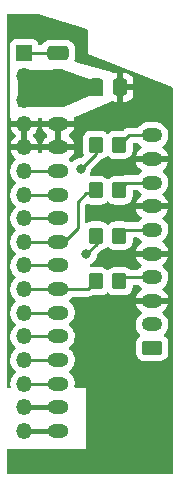
<source format=gtl>
G04 #@! TF.GenerationSoftware,KiCad,Pcbnew,(6.0.1)*
G04 #@! TF.CreationDate,2022-07-05T00:40:55-07:00*
G04 #@! TF.ProjectId,mu100-dit-connector-board,6d753130-302d-4646-9974-2d636f6e6e65,rev?*
G04 #@! TF.SameCoordinates,PX4a615b8PY2b4db18*
G04 #@! TF.FileFunction,Copper,L1,Top*
G04 #@! TF.FilePolarity,Positive*
%FSLAX46Y46*%
G04 Gerber Fmt 4.6, Leading zero omitted, Abs format (unit mm)*
G04 Created by KiCad (PCBNEW (6.0.1)) date 2022-07-05 00:40:55*
%MOMM*%
%LPD*%
G01*
G04 APERTURE LIST*
G04 Aperture macros list*
%AMRoundRect*
0 Rectangle with rounded corners*
0 $1 Rounding radius*
0 $2 $3 $4 $5 $6 $7 $8 $9 X,Y pos of 4 corners*
0 Add a 4 corners polygon primitive as box body*
4,1,4,$2,$3,$4,$5,$6,$7,$8,$9,$2,$3,0*
0 Add four circle primitives for the rounded corners*
1,1,$1+$1,$2,$3*
1,1,$1+$1,$4,$5*
1,1,$1+$1,$6,$7*
1,1,$1+$1,$8,$9*
0 Add four rect primitives between the rounded corners*
20,1,$1+$1,$2,$3,$4,$5,0*
20,1,$1+$1,$4,$5,$6,$7,0*
20,1,$1+$1,$6,$7,$8,$9,0*
20,1,$1+$1,$8,$9,$2,$3,0*%
G04 Aperture macros list end*
G04 #@! TA.AperFunction,ComponentPad*
%ADD10RoundRect,0.250000X-0.650000X0.350000X-0.650000X-0.350000X0.650000X-0.350000X0.650000X0.350000X0*%
G04 #@! TD*
G04 #@! TA.AperFunction,ComponentPad*
%ADD11O,1.800000X1.200000*%
G04 #@! TD*
G04 #@! TA.AperFunction,ComponentPad*
%ADD12RoundRect,0.250000X0.625000X-0.350000X0.625000X0.350000X-0.625000X0.350000X-0.625000X-0.350000X0*%
G04 #@! TD*
G04 #@! TA.AperFunction,ComponentPad*
%ADD13O,1.750000X1.200000*%
G04 #@! TD*
G04 #@! TA.AperFunction,SMDPad,CuDef*
%ADD14RoundRect,0.250000X-0.350000X-0.450000X0.350000X-0.450000X0.350000X0.450000X-0.350000X0.450000X0*%
G04 #@! TD*
G04 #@! TA.AperFunction,ComponentPad*
%ADD15R,1.350000X1.350000*%
G04 #@! TD*
G04 #@! TA.AperFunction,ComponentPad*
%ADD16O,1.350000X1.350000*%
G04 #@! TD*
G04 #@! TA.AperFunction,SMDPad,CuDef*
%ADD17RoundRect,0.250000X-0.337500X-0.475000X0.337500X-0.475000X0.337500X0.475000X-0.337500X0.475000X0*%
G04 #@! TD*
G04 #@! TA.AperFunction,ViaPad*
%ADD18C,0.800000*%
G04 #@! TD*
G04 #@! TA.AperFunction,Conductor*
%ADD19C,0.250000*%
G04 #@! TD*
G04 #@! TA.AperFunction,Conductor*
%ADD20C,0.400000*%
G04 #@! TD*
G04 APERTURE END LIST*
D10*
X4855000Y-3835000D03*
D11*
X4855000Y-5835000D03*
X4855000Y-7835000D03*
X4855000Y-9835000D03*
X4855000Y-11835000D03*
X4855000Y-13835000D03*
X4855000Y-15835000D03*
X4855000Y-17835000D03*
X4855000Y-19835000D03*
X4855000Y-21835000D03*
X4855000Y-23835000D03*
X4855000Y-25835000D03*
X4855000Y-27835000D03*
X4855000Y-29835000D03*
X4855000Y-31835000D03*
X4855000Y-33835000D03*
X4855000Y-35835000D03*
D12*
X12815000Y-28825000D03*
D13*
X12815000Y-26825000D03*
X12815000Y-24825000D03*
X12815000Y-22825000D03*
X12815000Y-20825000D03*
X12815000Y-18825000D03*
X12815000Y-16825000D03*
X12815000Y-14825000D03*
X12815000Y-12825000D03*
X12815000Y-10825000D03*
D14*
X8049000Y-23165000D03*
X10049000Y-23165000D03*
D15*
X1995000Y-3835000D03*
D16*
X1995000Y-5835000D03*
X1995000Y-7835000D03*
X1995000Y-9835000D03*
X1995000Y-11835000D03*
X1995000Y-13835000D03*
X1995000Y-15835000D03*
X1995000Y-17835000D03*
X1995000Y-19835000D03*
X1995000Y-21835000D03*
X1995000Y-23835000D03*
X1995000Y-25835000D03*
X1995000Y-27835000D03*
X1995000Y-29835000D03*
X1995000Y-31835000D03*
X1995000Y-33835000D03*
X1995000Y-35835000D03*
D14*
X8049000Y-19318332D03*
X10049000Y-19318332D03*
D17*
X8061500Y-6755800D03*
X10136500Y-6755800D03*
D14*
X8049000Y-15471666D03*
X10049000Y-15471666D03*
X8049000Y-11625000D03*
X10049000Y-11625000D03*
D18*
X14095000Y-8315000D03*
X12065000Y-7525000D03*
X7035000Y-9395000D03*
X8395000Y-9885000D03*
X10075000Y-9945000D03*
X6763000Y-13664600D03*
X7220200Y-20903600D03*
D19*
X1995000Y-21835000D02*
X4855000Y-21835000D01*
X1995000Y-13835000D02*
X4855000Y-13835000D01*
X10015000Y-22825000D02*
X12465000Y-22825000D01*
X9735000Y-18955000D02*
X9865000Y-18825000D01*
X9865000Y-18825000D02*
X12465000Y-18825000D01*
X9705000Y-15735000D02*
X10615000Y-14825000D01*
X10615000Y-14825000D02*
X12465000Y-14825000D01*
X10049000Y-11625000D02*
X10849000Y-10825000D01*
X10849000Y-10825000D02*
X12465000Y-10825000D01*
D20*
X4855000Y-7835000D02*
X5934200Y-6755800D01*
X5325000Y-7585000D02*
X6154200Y-6755800D01*
X1995000Y-5835000D02*
X1995000Y-7835000D01*
X1995000Y-7835000D02*
X4855000Y-7835000D01*
X5934200Y-6755800D02*
X8061500Y-6755800D01*
X1995000Y-5835000D02*
X4855000Y-5835000D01*
D19*
X1995000Y-3835000D02*
X4855000Y-3835000D01*
X1995000Y-15835000D02*
X4855000Y-15835000D01*
X1995000Y-17835000D02*
X4855000Y-17835000D01*
X7224000Y-15735000D02*
X8079000Y-15735000D01*
X5317000Y-19835000D02*
X6509000Y-18643000D01*
X6509000Y-18643000D02*
X6509000Y-16450000D01*
X4855000Y-19835000D02*
X5317000Y-19835000D01*
X6509000Y-16450000D02*
X7224000Y-15735000D01*
X1995000Y-19835000D02*
X4855000Y-19835000D01*
X7379000Y-23835000D02*
X8049000Y-23165000D01*
X1995000Y-23835000D02*
X4855000Y-23835000D01*
X4855000Y-23835000D02*
X7379000Y-23835000D01*
X8069000Y-12358600D02*
X8069000Y-11625000D01*
X1995000Y-25835000D02*
X4855000Y-25835000D01*
X6763000Y-13664600D02*
X8069000Y-12358600D01*
X7220200Y-20903600D02*
X8109000Y-20014800D01*
X1995000Y-27835000D02*
X4855000Y-27835000D01*
X8109000Y-20014800D02*
X8109000Y-18955000D01*
X1995000Y-29835000D02*
X4855000Y-29835000D01*
X1995000Y-31835000D02*
X4855000Y-31835000D01*
D20*
X1995000Y-33835000D02*
X4855000Y-33835000D01*
X1995000Y-35835000D02*
X4855000Y-35835000D01*
G04 #@! TA.AperFunction,Conductor*
G36*
X3006129Y-513545D02*
G01*
X3176656Y-565879D01*
X7283567Y-1826276D01*
X7342822Y-1865384D01*
X7371527Y-1930319D01*
X7372600Y-1946731D01*
X7372600Y-3911000D01*
X7390992Y-3918278D01*
X14487362Y-6726420D01*
X14543344Y-6770084D01*
X14567000Y-6843580D01*
X14567000Y-39366000D01*
X14546998Y-39434121D01*
X14493342Y-39480614D01*
X14441000Y-39492000D01*
X634000Y-39492000D01*
X565879Y-39471998D01*
X519386Y-39418342D01*
X508000Y-39366000D01*
X508000Y-37460400D01*
X528002Y-37392279D01*
X581658Y-37345786D01*
X634000Y-37334400D01*
X7238400Y-37334400D01*
X7238400Y-32225000D01*
X6364139Y-32225000D01*
X6296018Y-32204998D01*
X6249525Y-32151342D01*
X6239443Y-32080920D01*
X6266352Y-31895336D01*
X6266352Y-31895333D01*
X6267213Y-31889396D01*
X6257433Y-31678101D01*
X6207875Y-31472466D01*
X6168412Y-31385671D01*
X6122806Y-31285368D01*
X6120326Y-31279913D01*
X5997946Y-31107389D01*
X5845150Y-30961119D01*
X5839255Y-30957312D01*
X5812837Y-30940254D01*
X5766460Y-30886499D01*
X5756507Y-30816203D01*
X5786139Y-30751686D01*
X5803353Y-30735317D01*
X5918202Y-30645102D01*
X5922920Y-30641396D01*
X5926852Y-30636865D01*
X5926855Y-30636862D01*
X6057621Y-30486167D01*
X6061552Y-30481637D01*
X6064552Y-30476451D01*
X6064555Y-30476447D01*
X6164467Y-30303742D01*
X6167473Y-30298546D01*
X6236861Y-30098729D01*
X6260867Y-29933163D01*
X6266352Y-29895336D01*
X6266352Y-29895333D01*
X6267213Y-29889396D01*
X6257433Y-29678101D01*
X6212582Y-29491998D01*
X6209281Y-29478299D01*
X6209280Y-29478297D01*
X6207875Y-29472466D01*
X6168412Y-29385671D01*
X6140511Y-29324308D01*
X6120326Y-29279913D01*
X5997946Y-29107389D01*
X5845150Y-28961119D01*
X5839255Y-28957312D01*
X5812837Y-28940254D01*
X5766460Y-28886499D01*
X5756507Y-28816203D01*
X5786139Y-28751686D01*
X5803353Y-28735317D01*
X5918202Y-28645102D01*
X5922920Y-28641396D01*
X5926852Y-28636865D01*
X5926855Y-28636862D01*
X6057621Y-28486167D01*
X6061552Y-28481637D01*
X6064552Y-28476451D01*
X6064555Y-28476447D01*
X6164467Y-28303742D01*
X6167473Y-28298546D01*
X6236861Y-28098729D01*
X6267213Y-27889396D01*
X6257433Y-27678101D01*
X6207875Y-27472466D01*
X6205139Y-27466447D01*
X6153084Y-27351959D01*
X6120326Y-27279913D01*
X5997946Y-27107389D01*
X5845150Y-26961119D01*
X5839255Y-26957312D01*
X5812837Y-26940254D01*
X5766460Y-26886499D01*
X5756507Y-26816203D01*
X5777450Y-26770604D01*
X11427787Y-26770604D01*
X11437567Y-26981899D01*
X11438971Y-26987724D01*
X11438971Y-26987725D01*
X11468988Y-27112275D01*
X11487125Y-27187534D01*
X11489607Y-27192992D01*
X11489608Y-27192996D01*
X11531608Y-27285368D01*
X11574674Y-27380087D01*
X11697054Y-27552611D01*
X11701381Y-27556753D01*
X11701386Y-27556759D01*
X11792317Y-27643806D01*
X11827694Y-27705361D01*
X11824175Y-27776270D01*
X11782879Y-27834021D01*
X11771496Y-27841965D01*
X11715652Y-27876522D01*
X11590695Y-28001697D01*
X11497885Y-28152262D01*
X11495581Y-28159209D01*
X11447642Y-28303742D01*
X11442203Y-28320139D01*
X11431500Y-28424600D01*
X11431500Y-29225400D01*
X11442474Y-29331166D01*
X11498450Y-29498946D01*
X11591522Y-29649348D01*
X11716697Y-29774305D01*
X11722927Y-29778145D01*
X11722928Y-29778146D01*
X11860090Y-29862694D01*
X11867262Y-29867115D01*
X11916357Y-29883399D01*
X12028611Y-29920632D01*
X12028613Y-29920632D01*
X12035139Y-29922797D01*
X12041975Y-29923497D01*
X12041978Y-29923498D01*
X12085031Y-29927909D01*
X12139600Y-29933500D01*
X13490400Y-29933500D01*
X13493646Y-29933163D01*
X13493650Y-29933163D01*
X13589308Y-29923238D01*
X13589312Y-29923237D01*
X13596166Y-29922526D01*
X13602702Y-29920345D01*
X13602704Y-29920345D01*
X13734806Y-29876272D01*
X13763946Y-29866550D01*
X13914348Y-29773478D01*
X14039305Y-29648303D01*
X14076549Y-29587882D01*
X14128275Y-29503968D01*
X14128276Y-29503966D01*
X14132115Y-29497738D01*
X14187797Y-29329861D01*
X14198500Y-29225400D01*
X14198500Y-28424600D01*
X14187526Y-28318834D01*
X14180758Y-28298546D01*
X14133868Y-28158002D01*
X14131550Y-28151054D01*
X14038478Y-28000652D01*
X13913303Y-27875695D01*
X13861764Y-27843925D01*
X13814271Y-27791154D01*
X13802847Y-27721082D01*
X13831121Y-27655958D01*
X13850045Y-27637582D01*
X13857920Y-27631396D01*
X13861852Y-27626865D01*
X13861855Y-27626862D01*
X13992621Y-27476167D01*
X13996552Y-27471637D01*
X13999552Y-27466451D01*
X13999555Y-27466447D01*
X14099467Y-27293742D01*
X14102473Y-27288546D01*
X14171861Y-27088729D01*
X14190364Y-26961119D01*
X14201352Y-26885336D01*
X14201352Y-26885333D01*
X14202213Y-26879396D01*
X14192433Y-26668101D01*
X14147495Y-26481637D01*
X14144281Y-26468299D01*
X14144280Y-26468297D01*
X14142875Y-26462466D01*
X14127789Y-26429285D01*
X14068345Y-26298546D01*
X14055326Y-26269913D01*
X13932946Y-26097389D01*
X13780150Y-25951119D01*
X13775119Y-25947870D01*
X13775112Y-25947865D01*
X13747393Y-25929967D01*
X13701016Y-25876211D01*
X13691063Y-25805915D01*
X13720696Y-25741398D01*
X13737909Y-25725030D01*
X13852857Y-25634738D01*
X13861506Y-25626501D01*
X13992212Y-25475877D01*
X13999147Y-25466153D01*
X14099010Y-25293533D01*
X14103984Y-25282669D01*
X14169407Y-25094273D01*
X14169648Y-25093284D01*
X14168180Y-25082992D01*
X14154615Y-25079000D01*
X11479598Y-25079000D01*
X11466067Y-25082973D01*
X11464712Y-25092399D01*
X11486194Y-25181537D01*
X11490083Y-25192832D01*
X11572629Y-25374382D01*
X11578576Y-25384724D01*
X11693968Y-25547397D01*
X11701761Y-25556425D01*
X11845831Y-25694342D01*
X11855200Y-25701741D01*
X11882577Y-25719418D01*
X11928955Y-25773172D01*
X11938909Y-25843468D01*
X11909278Y-25907985D01*
X11892063Y-25924356D01*
X11772080Y-26018604D01*
X11768148Y-26023135D01*
X11768145Y-26023138D01*
X11702551Y-26098729D01*
X11633448Y-26178363D01*
X11630448Y-26183549D01*
X11630445Y-26183553D01*
X11602561Y-26231753D01*
X11527527Y-26361454D01*
X11458139Y-26561271D01*
X11427787Y-26770604D01*
X5777450Y-26770604D01*
X5786139Y-26751686D01*
X5803353Y-26735317D01*
X5918202Y-26645102D01*
X5922920Y-26641396D01*
X5926852Y-26636865D01*
X5926855Y-26636862D01*
X6057621Y-26486167D01*
X6061552Y-26481637D01*
X6064552Y-26476451D01*
X6064555Y-26476447D01*
X6164467Y-26303742D01*
X6167473Y-26298546D01*
X6236861Y-26098729D01*
X6258264Y-25951119D01*
X6266352Y-25895336D01*
X6266352Y-25895333D01*
X6267213Y-25889396D01*
X6257433Y-25678101D01*
X6207875Y-25472466D01*
X6168412Y-25385671D01*
X6153084Y-25351959D01*
X6120326Y-25279913D01*
X5997946Y-25107389D01*
X5845150Y-24961119D01*
X5839255Y-24957312D01*
X5812837Y-24940254D01*
X5766460Y-24886499D01*
X5756507Y-24816203D01*
X5786139Y-24751686D01*
X5803353Y-24735317D01*
X5918202Y-24645102D01*
X5922920Y-24641396D01*
X6035275Y-24511918D01*
X6095027Y-24473579D01*
X6130439Y-24468500D01*
X7300233Y-24468500D01*
X7311416Y-24469027D01*
X7318909Y-24470702D01*
X7326835Y-24470453D01*
X7326836Y-24470453D01*
X7386986Y-24468562D01*
X7390945Y-24468500D01*
X7418856Y-24468500D01*
X7422791Y-24468003D01*
X7422856Y-24467995D01*
X7434693Y-24467062D01*
X7466951Y-24466048D01*
X7470970Y-24465922D01*
X7478889Y-24465673D01*
X7498343Y-24460021D01*
X7517700Y-24456013D01*
X7529930Y-24454468D01*
X7529931Y-24454468D01*
X7537797Y-24453474D01*
X7545168Y-24450555D01*
X7545170Y-24450555D01*
X7578912Y-24437196D01*
X7590142Y-24433351D01*
X7624983Y-24423229D01*
X7624984Y-24423229D01*
X7632593Y-24421018D01*
X7639412Y-24416985D01*
X7639417Y-24416983D01*
X7650028Y-24410707D01*
X7667776Y-24402012D01*
X7686617Y-24394552D01*
X7693030Y-24389893D01*
X7694503Y-24389083D01*
X7755200Y-24373500D01*
X8449400Y-24373500D01*
X8452646Y-24373163D01*
X8452650Y-24373163D01*
X8548308Y-24363238D01*
X8548312Y-24363237D01*
X8555166Y-24362526D01*
X8561702Y-24360345D01*
X8561704Y-24360345D01*
X8693806Y-24316272D01*
X8722946Y-24306550D01*
X8873348Y-24213478D01*
X8959784Y-24126891D01*
X9022066Y-24092812D01*
X9092886Y-24097815D01*
X9137976Y-24126736D01*
X9225697Y-24214305D01*
X9231927Y-24218145D01*
X9231928Y-24218146D01*
X9369090Y-24302694D01*
X9376262Y-24307115D01*
X9456005Y-24333564D01*
X9537611Y-24360632D01*
X9537613Y-24360632D01*
X9544139Y-24362797D01*
X9550975Y-24363497D01*
X9550978Y-24363498D01*
X9594031Y-24367909D01*
X9648600Y-24373500D01*
X10449400Y-24373500D01*
X10452646Y-24373163D01*
X10452650Y-24373163D01*
X10548308Y-24363238D01*
X10548312Y-24363237D01*
X10555166Y-24362526D01*
X10561702Y-24360345D01*
X10561704Y-24360345D01*
X10693806Y-24316272D01*
X10722946Y-24306550D01*
X10873348Y-24213478D01*
X10998305Y-24088303D01*
X11039833Y-24020933D01*
X11087275Y-23943968D01*
X11087276Y-23943966D01*
X11091115Y-23937738D01*
X11135511Y-23803887D01*
X11144632Y-23776389D01*
X11144632Y-23776387D01*
X11146797Y-23769861D01*
X11147597Y-23762058D01*
X11153736Y-23702135D01*
X11157500Y-23665400D01*
X11157500Y-23584500D01*
X11177502Y-23516379D01*
X11231158Y-23469886D01*
X11283500Y-23458500D01*
X11565193Y-23458500D01*
X11633314Y-23478502D01*
X11667963Y-23511601D01*
X11693584Y-23547720D01*
X11693587Y-23547724D01*
X11697054Y-23552611D01*
X11849850Y-23698881D01*
X11854881Y-23702130D01*
X11854888Y-23702135D01*
X11882607Y-23720033D01*
X11928984Y-23773789D01*
X11938937Y-23844085D01*
X11909304Y-23908602D01*
X11892091Y-23924970D01*
X11777143Y-24015262D01*
X11768494Y-24023499D01*
X11637788Y-24174123D01*
X11630853Y-24183847D01*
X11530990Y-24356467D01*
X11526016Y-24367331D01*
X11460593Y-24555727D01*
X11460352Y-24556716D01*
X11461820Y-24567008D01*
X11475385Y-24571000D01*
X14150402Y-24571000D01*
X14163933Y-24567027D01*
X14165288Y-24557601D01*
X14143806Y-24468463D01*
X14139917Y-24457168D01*
X14057371Y-24275618D01*
X14051424Y-24265276D01*
X13936032Y-24102603D01*
X13928239Y-24093575D01*
X13784169Y-23955658D01*
X13774800Y-23948259D01*
X13747423Y-23930582D01*
X13701045Y-23876828D01*
X13691091Y-23806532D01*
X13720722Y-23742015D01*
X13737937Y-23725644D01*
X13853202Y-23635102D01*
X13857920Y-23631396D01*
X13861852Y-23626865D01*
X13861855Y-23626862D01*
X13992621Y-23476167D01*
X13996552Y-23471637D01*
X13999552Y-23466451D01*
X13999555Y-23466447D01*
X14099467Y-23293742D01*
X14102473Y-23288546D01*
X14171861Y-23088729D01*
X14190364Y-22961119D01*
X14201352Y-22885336D01*
X14201352Y-22885333D01*
X14202213Y-22879396D01*
X14192433Y-22668101D01*
X14147495Y-22481637D01*
X14144281Y-22468299D01*
X14144280Y-22468297D01*
X14142875Y-22462466D01*
X14127789Y-22429285D01*
X14068345Y-22298546D01*
X14055326Y-22269913D01*
X13932946Y-22097389D01*
X13780150Y-21951119D01*
X13775119Y-21947870D01*
X13775112Y-21947865D01*
X13747393Y-21929967D01*
X13701016Y-21876211D01*
X13691063Y-21805915D01*
X13720696Y-21741398D01*
X13737909Y-21725030D01*
X13852857Y-21634738D01*
X13861506Y-21626501D01*
X13992212Y-21475877D01*
X13999147Y-21466153D01*
X14099010Y-21293533D01*
X14103984Y-21282669D01*
X14169407Y-21094273D01*
X14169648Y-21093284D01*
X14168180Y-21082992D01*
X14154615Y-21079000D01*
X11479598Y-21079000D01*
X11466067Y-21082973D01*
X11464712Y-21092399D01*
X11486194Y-21181537D01*
X11490083Y-21192832D01*
X11572629Y-21374382D01*
X11578576Y-21384724D01*
X11693968Y-21547397D01*
X11701761Y-21556425D01*
X11845831Y-21694342D01*
X11855200Y-21701741D01*
X11882577Y-21719418D01*
X11928955Y-21773172D01*
X11938909Y-21843468D01*
X11909278Y-21907985D01*
X11892063Y-21924356D01*
X11772080Y-22018604D01*
X11659725Y-22148082D01*
X11599973Y-22186421D01*
X11564561Y-22191500D01*
X11000367Y-22191500D01*
X10932246Y-22171498D01*
X10911349Y-22154673D01*
X10877483Y-22120866D01*
X10872303Y-22115695D01*
X10844779Y-22098729D01*
X10727968Y-22026725D01*
X10727966Y-22026724D01*
X10721738Y-22022885D01*
X10561254Y-21969655D01*
X10560389Y-21969368D01*
X10560387Y-21969368D01*
X10553861Y-21967203D01*
X10547025Y-21966503D01*
X10547022Y-21966502D01*
X10503969Y-21962091D01*
X10449400Y-21956500D01*
X9648600Y-21956500D01*
X9645354Y-21956837D01*
X9645350Y-21956837D01*
X9549692Y-21966762D01*
X9549688Y-21966763D01*
X9542834Y-21967474D01*
X9536298Y-21969655D01*
X9536296Y-21969655D01*
X9404194Y-22013728D01*
X9375054Y-22023450D01*
X9224652Y-22116522D01*
X9186568Y-22154673D01*
X9138216Y-22203109D01*
X9075934Y-22237188D01*
X9005114Y-22232185D01*
X8960025Y-22203264D01*
X8877483Y-22120866D01*
X8872303Y-22115695D01*
X8844779Y-22098729D01*
X8727968Y-22026725D01*
X8727966Y-22026724D01*
X8721738Y-22022885D01*
X8561254Y-21969655D01*
X8560389Y-21969368D01*
X8560387Y-21969368D01*
X8553861Y-21967203D01*
X8547025Y-21966503D01*
X8547022Y-21966502D01*
X8503969Y-21962091D01*
X8449400Y-21956500D01*
X7681764Y-21956500D01*
X7613643Y-21936498D01*
X7567150Y-21882842D01*
X7557046Y-21812568D01*
X7586540Y-21747988D01*
X7630515Y-21715393D01*
X7670922Y-21697403D01*
X7670924Y-21697402D01*
X7676952Y-21694718D01*
X7831453Y-21582466D01*
X7835875Y-21577555D01*
X7954821Y-21445452D01*
X7954822Y-21445451D01*
X7959240Y-21440544D01*
X8048831Y-21285368D01*
X8051423Y-21280879D01*
X8051424Y-21280878D01*
X8054727Y-21275156D01*
X8113742Y-21093528D01*
X8114850Y-21082992D01*
X8128000Y-20957866D01*
X8131107Y-20928308D01*
X8158120Y-20862651D01*
X8167322Y-20852383D01*
X8466289Y-20553416D01*
X8528601Y-20519390D01*
X8542368Y-20517186D01*
X8555166Y-20515858D01*
X8722946Y-20459882D01*
X8873348Y-20366810D01*
X8959784Y-20280223D01*
X9022066Y-20246144D01*
X9092886Y-20251147D01*
X9137975Y-20280068D01*
X9213431Y-20355392D01*
X9225697Y-20367637D01*
X9231927Y-20371477D01*
X9231928Y-20371478D01*
X9369090Y-20456026D01*
X9376262Y-20460447D01*
X9400430Y-20468463D01*
X9537611Y-20513964D01*
X9537613Y-20513964D01*
X9544139Y-20516129D01*
X9550975Y-20516829D01*
X9550978Y-20516830D01*
X9594031Y-20521241D01*
X9648600Y-20526832D01*
X10449400Y-20526832D01*
X10452646Y-20526495D01*
X10452650Y-20526495D01*
X10548308Y-20516570D01*
X10548312Y-20516569D01*
X10555166Y-20515858D01*
X10561702Y-20513677D01*
X10561704Y-20513677D01*
X10697226Y-20468463D01*
X10722946Y-20459882D01*
X10873348Y-20366810D01*
X10998305Y-20241635D01*
X11002146Y-20235404D01*
X11087275Y-20097300D01*
X11087276Y-20097298D01*
X11091115Y-20091070D01*
X11138483Y-19948259D01*
X11144632Y-19929721D01*
X11144632Y-19929719D01*
X11146797Y-19923193D01*
X11157500Y-19818732D01*
X11157500Y-19584500D01*
X11177502Y-19516379D01*
X11231158Y-19469886D01*
X11283500Y-19458500D01*
X11565193Y-19458500D01*
X11633314Y-19478502D01*
X11667963Y-19511601D01*
X11693584Y-19547720D01*
X11693587Y-19547724D01*
X11697054Y-19552611D01*
X11849850Y-19698881D01*
X11854881Y-19702130D01*
X11854888Y-19702135D01*
X11882607Y-19720033D01*
X11928984Y-19773789D01*
X11938937Y-19844085D01*
X11909304Y-19908602D01*
X11892091Y-19924970D01*
X11777143Y-20015262D01*
X11768494Y-20023499D01*
X11637788Y-20174123D01*
X11630853Y-20183847D01*
X11530990Y-20356467D01*
X11526016Y-20367331D01*
X11460593Y-20555727D01*
X11460352Y-20556716D01*
X11461820Y-20567008D01*
X11475385Y-20571000D01*
X14150402Y-20571000D01*
X14163933Y-20567027D01*
X14165288Y-20557601D01*
X14143806Y-20468463D01*
X14139917Y-20457168D01*
X14057371Y-20275618D01*
X14051424Y-20265276D01*
X13936032Y-20102603D01*
X13928239Y-20093575D01*
X13784169Y-19955658D01*
X13774800Y-19948259D01*
X13747423Y-19930582D01*
X13701045Y-19876828D01*
X13691091Y-19806532D01*
X13720722Y-19742015D01*
X13737937Y-19725644D01*
X13853202Y-19635102D01*
X13857920Y-19631396D01*
X13861852Y-19626865D01*
X13861855Y-19626862D01*
X13992621Y-19476167D01*
X13996552Y-19471637D01*
X13999552Y-19466451D01*
X13999555Y-19466447D01*
X14099467Y-19293742D01*
X14102473Y-19288546D01*
X14171861Y-19088729D01*
X14182835Y-19013042D01*
X14201352Y-18885336D01*
X14201352Y-18885333D01*
X14202213Y-18879396D01*
X14192433Y-18668101D01*
X14142875Y-18462466D01*
X14127789Y-18429285D01*
X14057806Y-18275368D01*
X14055326Y-18269913D01*
X13942005Y-18110160D01*
X13936412Y-18102275D01*
X13936411Y-18102274D01*
X13932946Y-18097389D01*
X13780150Y-17951119D01*
X13775119Y-17947870D01*
X13775112Y-17947865D01*
X13747393Y-17929967D01*
X13701016Y-17876211D01*
X13691063Y-17805915D01*
X13720696Y-17741398D01*
X13737909Y-17725030D01*
X13852857Y-17634738D01*
X13861506Y-17626501D01*
X13992212Y-17475877D01*
X13999147Y-17466153D01*
X14099010Y-17293533D01*
X14103984Y-17282669D01*
X14169407Y-17094273D01*
X14169648Y-17093284D01*
X14168180Y-17082992D01*
X14154615Y-17079000D01*
X11479598Y-17079000D01*
X11466067Y-17082973D01*
X11464712Y-17092399D01*
X11486194Y-17181537D01*
X11490083Y-17192832D01*
X11572629Y-17374382D01*
X11578576Y-17384724D01*
X11693968Y-17547397D01*
X11701761Y-17556425D01*
X11845831Y-17694342D01*
X11855200Y-17701741D01*
X11882577Y-17719418D01*
X11928955Y-17773172D01*
X11938909Y-17843468D01*
X11909278Y-17907985D01*
X11892063Y-17924356D01*
X11772080Y-18018604D01*
X11659725Y-18148082D01*
X11599973Y-18186421D01*
X11564561Y-18191500D01*
X10780439Y-18191500D01*
X10727486Y-18179760D01*
X10721738Y-18176217D01*
X10714792Y-18173913D01*
X10714790Y-18173912D01*
X10560389Y-18122700D01*
X10560387Y-18122700D01*
X10553861Y-18120535D01*
X10547025Y-18119835D01*
X10547022Y-18119834D01*
X10503969Y-18115423D01*
X10449400Y-18109832D01*
X9648600Y-18109832D01*
X9645354Y-18110169D01*
X9645350Y-18110169D01*
X9549692Y-18120094D01*
X9549688Y-18120095D01*
X9542834Y-18120806D01*
X9536298Y-18122987D01*
X9536296Y-18122987D01*
X9461081Y-18148081D01*
X9375054Y-18176782D01*
X9224652Y-18269854D01*
X9142501Y-18352149D01*
X9138216Y-18356441D01*
X9075934Y-18390520D01*
X9005114Y-18385517D01*
X8960025Y-18356596D01*
X8877483Y-18274198D01*
X8872303Y-18269027D01*
X8865812Y-18265026D01*
X8727968Y-18180057D01*
X8727966Y-18180056D01*
X8721738Y-18176217D01*
X8561254Y-18122987D01*
X8560389Y-18122700D01*
X8560387Y-18122700D01*
X8553861Y-18120535D01*
X8547025Y-18119835D01*
X8547022Y-18119834D01*
X8503969Y-18115423D01*
X8449400Y-18109832D01*
X7648600Y-18109832D01*
X7645354Y-18110169D01*
X7645350Y-18110169D01*
X7549692Y-18120094D01*
X7549688Y-18120095D01*
X7542834Y-18120806D01*
X7536298Y-18122987D01*
X7536296Y-18122987D01*
X7461081Y-18148081D01*
X7375054Y-18176782D01*
X7368822Y-18180638D01*
X7368823Y-18180638D01*
X7334803Y-18201690D01*
X7266351Y-18220528D01*
X7198581Y-18199367D01*
X7153010Y-18144926D01*
X7142500Y-18094546D01*
X7142500Y-16764594D01*
X7162502Y-16696473D01*
X7179405Y-16675499D01*
X7222352Y-16632552D01*
X7284664Y-16598526D01*
X7355479Y-16603591D01*
X7364698Y-16607453D01*
X7370030Y-16609940D01*
X7376262Y-16613781D01*
X7383207Y-16616084D01*
X7383210Y-16616086D01*
X7537611Y-16667298D01*
X7537613Y-16667298D01*
X7544139Y-16669463D01*
X7550975Y-16670163D01*
X7550978Y-16670164D01*
X7594031Y-16674575D01*
X7648600Y-16680166D01*
X8449400Y-16680166D01*
X8452646Y-16679829D01*
X8452650Y-16679829D01*
X8548308Y-16669904D01*
X8548312Y-16669903D01*
X8555166Y-16669192D01*
X8561702Y-16667011D01*
X8561704Y-16667011D01*
X8693806Y-16622938D01*
X8722946Y-16613216D01*
X8873348Y-16520144D01*
X8959784Y-16433557D01*
X9022066Y-16399478D01*
X9092886Y-16404481D01*
X9137976Y-16433402D01*
X9225697Y-16520971D01*
X9231927Y-16524811D01*
X9231928Y-16524812D01*
X9369090Y-16609360D01*
X9376262Y-16613781D01*
X9432855Y-16632552D01*
X9537611Y-16667298D01*
X9537613Y-16667298D01*
X9544139Y-16669463D01*
X9550975Y-16670163D01*
X9550978Y-16670164D01*
X9594031Y-16674575D01*
X9648600Y-16680166D01*
X10449400Y-16680166D01*
X10452646Y-16679829D01*
X10452650Y-16679829D01*
X10548308Y-16669904D01*
X10548312Y-16669903D01*
X10555166Y-16669192D01*
X10561702Y-16667011D01*
X10561704Y-16667011D01*
X10693806Y-16622938D01*
X10722946Y-16613216D01*
X10873348Y-16520144D01*
X10998305Y-16394969D01*
X11002146Y-16388738D01*
X11087275Y-16250634D01*
X11087276Y-16250632D01*
X11091115Y-16244404D01*
X11138148Y-16102603D01*
X11144632Y-16083055D01*
X11144632Y-16083053D01*
X11146797Y-16076527D01*
X11157500Y-15972066D01*
X11157500Y-15584500D01*
X11177502Y-15516379D01*
X11231158Y-15469886D01*
X11283500Y-15458500D01*
X11565193Y-15458500D01*
X11633314Y-15478502D01*
X11667963Y-15511601D01*
X11693584Y-15547720D01*
X11693587Y-15547724D01*
X11697054Y-15552611D01*
X11849850Y-15698881D01*
X11854881Y-15702130D01*
X11854888Y-15702135D01*
X11882607Y-15720033D01*
X11928984Y-15773789D01*
X11938937Y-15844085D01*
X11909304Y-15908602D01*
X11892091Y-15924970D01*
X11777143Y-16015262D01*
X11768494Y-16023499D01*
X11637788Y-16174123D01*
X11630853Y-16183847D01*
X11530990Y-16356467D01*
X11526016Y-16367331D01*
X11460593Y-16555727D01*
X11460352Y-16556716D01*
X11461820Y-16567008D01*
X11475385Y-16571000D01*
X14150402Y-16571000D01*
X14163933Y-16567027D01*
X14165288Y-16557601D01*
X14143806Y-16468463D01*
X14139917Y-16457168D01*
X14057371Y-16275618D01*
X14051424Y-16265276D01*
X13936032Y-16102603D01*
X13928239Y-16093575D01*
X13784169Y-15955658D01*
X13774800Y-15948259D01*
X13747423Y-15930582D01*
X13701045Y-15876828D01*
X13691091Y-15806532D01*
X13720722Y-15742015D01*
X13737937Y-15725644D01*
X13853202Y-15635102D01*
X13857920Y-15631396D01*
X13861852Y-15626865D01*
X13861855Y-15626862D01*
X13992621Y-15476167D01*
X13996552Y-15471637D01*
X13999552Y-15466451D01*
X13999555Y-15466447D01*
X14099467Y-15293742D01*
X14102473Y-15288546D01*
X14171861Y-15088729D01*
X14188426Y-14974483D01*
X14201352Y-14885336D01*
X14201352Y-14885333D01*
X14202213Y-14879396D01*
X14192433Y-14668101D01*
X14154314Y-14509930D01*
X14144281Y-14468299D01*
X14144280Y-14468297D01*
X14142875Y-14462466D01*
X14127789Y-14429285D01*
X14080266Y-14324766D01*
X14055326Y-14269913D01*
X13932946Y-14097389D01*
X13780150Y-13951119D01*
X13775119Y-13947870D01*
X13775112Y-13947865D01*
X13747393Y-13929967D01*
X13701016Y-13876211D01*
X13691063Y-13805915D01*
X13720696Y-13741398D01*
X13737909Y-13725030D01*
X13852857Y-13634738D01*
X13861506Y-13626501D01*
X13992212Y-13475877D01*
X13999147Y-13466153D01*
X14099010Y-13293533D01*
X14103984Y-13282669D01*
X14169407Y-13094273D01*
X14169648Y-13093284D01*
X14168180Y-13082992D01*
X14154615Y-13079000D01*
X11479598Y-13079000D01*
X11466067Y-13082973D01*
X11464712Y-13092399D01*
X11486194Y-13181537D01*
X11490083Y-13192832D01*
X11572629Y-13374382D01*
X11578576Y-13384724D01*
X11693968Y-13547397D01*
X11701761Y-13556425D01*
X11845831Y-13694342D01*
X11855200Y-13701741D01*
X11882577Y-13719418D01*
X11928955Y-13773172D01*
X11938909Y-13843468D01*
X11909278Y-13907985D01*
X11892063Y-13924356D01*
X11772080Y-14018604D01*
X11659725Y-14148082D01*
X11599973Y-14186421D01*
X11564561Y-14191500D01*
X10693763Y-14191500D01*
X10682579Y-14190973D01*
X10675091Y-14189299D01*
X10667168Y-14189548D01*
X10607033Y-14191438D01*
X10603075Y-14191500D01*
X10575144Y-14191500D01*
X10571229Y-14191995D01*
X10571225Y-14191995D01*
X10571167Y-14192003D01*
X10571138Y-14192006D01*
X10559296Y-14192939D01*
X10515110Y-14194327D01*
X10497744Y-14199372D01*
X10495658Y-14199978D01*
X10476306Y-14203986D01*
X10469235Y-14204880D01*
X10456203Y-14206526D01*
X10448834Y-14209443D01*
X10448832Y-14209444D01*
X10415097Y-14222800D01*
X10403869Y-14226645D01*
X10361407Y-14238982D01*
X10354584Y-14243017D01*
X10350184Y-14245619D01*
X10286044Y-14263166D01*
X9648600Y-14263166D01*
X9645354Y-14263503D01*
X9645350Y-14263503D01*
X9549692Y-14273428D01*
X9549688Y-14273429D01*
X9542834Y-14274140D01*
X9536298Y-14276321D01*
X9536296Y-14276321D01*
X9404194Y-14320394D01*
X9375054Y-14330116D01*
X9224652Y-14423188D01*
X9219479Y-14428370D01*
X9138216Y-14509775D01*
X9075934Y-14543854D01*
X9005114Y-14538851D01*
X8960025Y-14509930D01*
X8877483Y-14427532D01*
X8872303Y-14422361D01*
X8866072Y-14418520D01*
X8727968Y-14333391D01*
X8727966Y-14333390D01*
X8721738Y-14329551D01*
X8561254Y-14276321D01*
X8560389Y-14276034D01*
X8560387Y-14276034D01*
X8553861Y-14273869D01*
X8547025Y-14273169D01*
X8547022Y-14273168D01*
X8503969Y-14268757D01*
X8449400Y-14263166D01*
X7684701Y-14263166D01*
X7616580Y-14243164D01*
X7570087Y-14189508D01*
X7559983Y-14119234D01*
X7575582Y-14074166D01*
X7594223Y-14041879D01*
X7594224Y-14041878D01*
X7597527Y-14036156D01*
X7656542Y-13854528D01*
X7657705Y-13843468D01*
X7673907Y-13689308D01*
X7700920Y-13623651D01*
X7710122Y-13613382D01*
X8461258Y-12862247D01*
X8469536Y-12854714D01*
X8474942Y-12851283D01*
X8539620Y-12824139D01*
X8548307Y-12823238D01*
X8548310Y-12823237D01*
X8555166Y-12822526D01*
X8561702Y-12820345D01*
X8561704Y-12820345D01*
X8693806Y-12776272D01*
X8722946Y-12766550D01*
X8873348Y-12673478D01*
X8959784Y-12586891D01*
X9022066Y-12552812D01*
X9092886Y-12557815D01*
X9137975Y-12586736D01*
X9161902Y-12610621D01*
X9225697Y-12674305D01*
X9231927Y-12678145D01*
X9231928Y-12678146D01*
X9369090Y-12762694D01*
X9376262Y-12767115D01*
X9456005Y-12793564D01*
X9537611Y-12820632D01*
X9537613Y-12820632D01*
X9544139Y-12822797D01*
X9550975Y-12823497D01*
X9550978Y-12823498D01*
X9594031Y-12827909D01*
X9648600Y-12833500D01*
X10449400Y-12833500D01*
X10452646Y-12833163D01*
X10452650Y-12833163D01*
X10548308Y-12823238D01*
X10548312Y-12823237D01*
X10555166Y-12822526D01*
X10561702Y-12820345D01*
X10561704Y-12820345D01*
X10693806Y-12776272D01*
X10722946Y-12766550D01*
X10873348Y-12673478D01*
X10998305Y-12548303D01*
X11002146Y-12542072D01*
X11087275Y-12403968D01*
X11087276Y-12403966D01*
X11091115Y-12397738D01*
X11123534Y-12299998D01*
X11144632Y-12236389D01*
X11144632Y-12236387D01*
X11146797Y-12229861D01*
X11157500Y-12125400D01*
X11157500Y-11584500D01*
X11177502Y-11516379D01*
X11231158Y-11469886D01*
X11283500Y-11458500D01*
X11565193Y-11458500D01*
X11633314Y-11478502D01*
X11667963Y-11511601D01*
X11693584Y-11547720D01*
X11693587Y-11547724D01*
X11697054Y-11552611D01*
X11849850Y-11698881D01*
X11854881Y-11702130D01*
X11854888Y-11702135D01*
X11882607Y-11720033D01*
X11928984Y-11773789D01*
X11938937Y-11844085D01*
X11909304Y-11908602D01*
X11892091Y-11924970D01*
X11777143Y-12015262D01*
X11768494Y-12023499D01*
X11637788Y-12174123D01*
X11630853Y-12183847D01*
X11530990Y-12356467D01*
X11526016Y-12367331D01*
X11460593Y-12555727D01*
X11460352Y-12556716D01*
X11461820Y-12567008D01*
X11475385Y-12571000D01*
X14150402Y-12571000D01*
X14163933Y-12567027D01*
X14165288Y-12557601D01*
X14143806Y-12468463D01*
X14139917Y-12457168D01*
X14057371Y-12275618D01*
X14051424Y-12265276D01*
X13936032Y-12102603D01*
X13928239Y-12093575D01*
X13784169Y-11955658D01*
X13774800Y-11948259D01*
X13747423Y-11930582D01*
X13701045Y-11876828D01*
X13691091Y-11806532D01*
X13720722Y-11742015D01*
X13737937Y-11725644D01*
X13853202Y-11635102D01*
X13857920Y-11631396D01*
X13861852Y-11626865D01*
X13861855Y-11626862D01*
X13992621Y-11476167D01*
X13996552Y-11471637D01*
X13999552Y-11466451D01*
X13999555Y-11466447D01*
X14099467Y-11293742D01*
X14102473Y-11288546D01*
X14171861Y-11088729D01*
X14180815Y-11026978D01*
X14201352Y-10885336D01*
X14201352Y-10885333D01*
X14202213Y-10879396D01*
X14192433Y-10668101D01*
X14152615Y-10502882D01*
X14144281Y-10468299D01*
X14144280Y-10468297D01*
X14142875Y-10462466D01*
X14127827Y-10429368D01*
X14079587Y-10323272D01*
X14055326Y-10269913D01*
X13932946Y-10097389D01*
X13780150Y-9951119D01*
X13602452Y-9836380D01*
X13542354Y-9812160D01*
X13411832Y-9759558D01*
X13411829Y-9759557D01*
X13406263Y-9757314D01*
X13198663Y-9716772D01*
X13193101Y-9716500D01*
X12487154Y-9716500D01*
X12329434Y-9731548D01*
X12126466Y-9791092D01*
X12121139Y-9793836D01*
X12121138Y-9793836D01*
X11943751Y-9885196D01*
X11943748Y-9885198D01*
X11938420Y-9887942D01*
X11772080Y-10018604D01*
X11659725Y-10148082D01*
X11599973Y-10186421D01*
X11564561Y-10191500D01*
X10927767Y-10191500D01*
X10916584Y-10190973D01*
X10909091Y-10189298D01*
X10901165Y-10189547D01*
X10901164Y-10189547D01*
X10841001Y-10191438D01*
X10837043Y-10191500D01*
X10809144Y-10191500D01*
X10805154Y-10192004D01*
X10793320Y-10192936D01*
X10749111Y-10194326D01*
X10741497Y-10196538D01*
X10741492Y-10196539D01*
X10729659Y-10199977D01*
X10710296Y-10203988D01*
X10690203Y-10206526D01*
X10682836Y-10209443D01*
X10682831Y-10209444D01*
X10649092Y-10222802D01*
X10637865Y-10226646D01*
X10595407Y-10238982D01*
X10588581Y-10243019D01*
X10577972Y-10249293D01*
X10560224Y-10257988D01*
X10541383Y-10265448D01*
X10534967Y-10270110D01*
X10534966Y-10270110D01*
X10505613Y-10291436D01*
X10495693Y-10297952D01*
X10464465Y-10316420D01*
X10464462Y-10316422D01*
X10457638Y-10320458D01*
X10443317Y-10334779D01*
X10428284Y-10347619D01*
X10411893Y-10359528D01*
X10406843Y-10365632D01*
X10406839Y-10365636D01*
X10402555Y-10370815D01*
X10343721Y-10410553D01*
X10305470Y-10416500D01*
X9648600Y-10416500D01*
X9645354Y-10416837D01*
X9645350Y-10416837D01*
X9549692Y-10426762D01*
X9549688Y-10426763D01*
X9542834Y-10427474D01*
X9536298Y-10429655D01*
X9536296Y-10429655D01*
X9420467Y-10468299D01*
X9375054Y-10483450D01*
X9224652Y-10576522D01*
X9139051Y-10662273D01*
X9138216Y-10663109D01*
X9075934Y-10697188D01*
X9005114Y-10692185D01*
X8960025Y-10663264D01*
X8877483Y-10580866D01*
X8872303Y-10575695D01*
X8866072Y-10571854D01*
X8727968Y-10486725D01*
X8727966Y-10486724D01*
X8721738Y-10482885D01*
X8561254Y-10429655D01*
X8560389Y-10429368D01*
X8560387Y-10429368D01*
X8553861Y-10427203D01*
X8547025Y-10426503D01*
X8547022Y-10426502D01*
X8503969Y-10422091D01*
X8449400Y-10416500D01*
X7648600Y-10416500D01*
X7645354Y-10416837D01*
X7645350Y-10416837D01*
X7549692Y-10426762D01*
X7549688Y-10426763D01*
X7542834Y-10427474D01*
X7536298Y-10429655D01*
X7536296Y-10429655D01*
X7420467Y-10468299D01*
X7375054Y-10483450D01*
X7224652Y-10576522D01*
X7099695Y-10701697D01*
X7095855Y-10707927D01*
X7095854Y-10707928D01*
X7033785Y-10808623D01*
X7006885Y-10852262D01*
X6951203Y-11020139D01*
X6950503Y-11026975D01*
X6950502Y-11026978D01*
X6946091Y-11070031D01*
X6940500Y-11124600D01*
X6940500Y-12125400D01*
X6951474Y-12231166D01*
X6953655Y-12237702D01*
X6953655Y-12237704D01*
X6980927Y-12319447D01*
X7007450Y-12398946D01*
X7010641Y-12404102D01*
X7021348Y-12473763D01*
X6992483Y-12538627D01*
X6985557Y-12546139D01*
X6812499Y-12719196D01*
X6750187Y-12753221D01*
X6723404Y-12756100D01*
X6667513Y-12756100D01*
X6661061Y-12757472D01*
X6661056Y-12757472D01*
X6604852Y-12769419D01*
X6480712Y-12795806D01*
X6474682Y-12798491D01*
X6474681Y-12798491D01*
X6312278Y-12870797D01*
X6312276Y-12870798D01*
X6306248Y-12873482D01*
X6151747Y-12985734D01*
X6147326Y-12990644D01*
X6147325Y-12990645D01*
X6108644Y-13033605D01*
X6048198Y-13070845D01*
X5977215Y-13069493D01*
X5927877Y-13040313D01*
X5849480Y-12965264D01*
X5845150Y-12961119D01*
X5840119Y-12957870D01*
X5840112Y-12957865D01*
X5812393Y-12939967D01*
X5766016Y-12886211D01*
X5756063Y-12815915D01*
X5785696Y-12751398D01*
X5802909Y-12735030D01*
X5917857Y-12644738D01*
X5926506Y-12636501D01*
X6057212Y-12485877D01*
X6064147Y-12476153D01*
X6164010Y-12303533D01*
X6168984Y-12292669D01*
X6234407Y-12104273D01*
X6234648Y-12103284D01*
X6233180Y-12092992D01*
X6219615Y-12089000D01*
X3494598Y-12089000D01*
X3481067Y-12092973D01*
X3479712Y-12102399D01*
X3494673Y-12164480D01*
X3491188Y-12235391D01*
X3449918Y-12293161D01*
X3383967Y-12319447D01*
X3372180Y-12320000D01*
X3255587Y-12320000D01*
X3187466Y-12299998D01*
X3140973Y-12246342D01*
X3130869Y-12176068D01*
X3136274Y-12153499D01*
X3148385Y-12117821D01*
X3151017Y-12106857D01*
X3149040Y-12092992D01*
X3135474Y-12089000D01*
X856981Y-12089000D01*
X843450Y-12092973D01*
X842158Y-12101962D01*
X873656Y-12225985D01*
X877497Y-12236832D01*
X963685Y-12423789D01*
X969436Y-12433750D01*
X1088254Y-12601873D01*
X1095725Y-12610621D01*
X1235118Y-12746411D01*
X1269956Y-12808272D01*
X1265819Y-12879148D01*
X1230274Y-12931396D01*
X1132842Y-13016842D01*
X998181Y-13187658D01*
X896905Y-13380154D01*
X895192Y-13385671D01*
X842171Y-13556425D01*
X832403Y-13587882D01*
X806837Y-13803887D01*
X821063Y-14020933D01*
X822484Y-14026529D01*
X822485Y-14026534D01*
X867553Y-14203986D01*
X874605Y-14231753D01*
X877022Y-14236996D01*
X921728Y-14333972D01*
X965668Y-14429285D01*
X969001Y-14434001D01*
X1075621Y-14584864D01*
X1091204Y-14606914D01*
X1095346Y-14610949D01*
X1234741Y-14746741D01*
X1269579Y-14808602D01*
X1265442Y-14879478D01*
X1229899Y-14931726D01*
X1132842Y-15016842D01*
X1129270Y-15021373D01*
X1007807Y-15175448D01*
X998181Y-15187658D01*
X896905Y-15380154D01*
X895192Y-15385671D01*
X854606Y-15516379D01*
X832403Y-15587882D01*
X806837Y-15803887D01*
X821063Y-16020933D01*
X822484Y-16026529D01*
X822485Y-16026534D01*
X859969Y-16174123D01*
X874605Y-16231753D01*
X965668Y-16429285D01*
X969001Y-16434001D01*
X1063015Y-16567027D01*
X1091204Y-16606914D01*
X1095346Y-16610949D01*
X1234741Y-16746741D01*
X1269579Y-16808602D01*
X1265442Y-16879478D01*
X1229899Y-16931726D01*
X1132842Y-17016842D01*
X998181Y-17187658D01*
X896905Y-17380154D01*
X895192Y-17385671D01*
X842171Y-17556425D01*
X832403Y-17587882D01*
X806837Y-17803887D01*
X821063Y-18020933D01*
X822484Y-18026529D01*
X822485Y-18026534D01*
X861476Y-18180057D01*
X874605Y-18231753D01*
X965668Y-18429285D01*
X1091204Y-18606914D01*
X1095346Y-18610949D01*
X1234741Y-18746741D01*
X1269579Y-18808602D01*
X1265442Y-18879478D01*
X1229899Y-18931726D01*
X1132842Y-19016842D01*
X1129270Y-19021373D01*
X1076171Y-19088729D01*
X998181Y-19187658D01*
X896905Y-19380154D01*
X895192Y-19385671D01*
X854606Y-19516379D01*
X832403Y-19587882D01*
X806837Y-19803887D01*
X821063Y-20020933D01*
X822484Y-20026529D01*
X822485Y-20026534D01*
X845299Y-20116363D01*
X874605Y-20231753D01*
X965668Y-20429285D01*
X969001Y-20434001D01*
X1063015Y-20567027D01*
X1091204Y-20606914D01*
X1095346Y-20610949D01*
X1234741Y-20746741D01*
X1269579Y-20808602D01*
X1265442Y-20879478D01*
X1229899Y-20931726D01*
X1132842Y-21016842D01*
X1129270Y-21021373D01*
X1064726Y-21103247D01*
X998181Y-21187658D01*
X896905Y-21380154D01*
X895192Y-21385671D01*
X835610Y-21577555D01*
X832403Y-21587882D01*
X806837Y-21803887D01*
X821063Y-22020933D01*
X822484Y-22026529D01*
X822485Y-22026534D01*
X863092Y-22186421D01*
X874605Y-22231753D01*
X965668Y-22429285D01*
X969001Y-22434001D01*
X1058147Y-22560139D01*
X1091204Y-22606914D01*
X1095346Y-22610949D01*
X1234741Y-22746741D01*
X1269579Y-22808602D01*
X1265442Y-22879478D01*
X1229899Y-22931726D01*
X1132842Y-23016842D01*
X1129270Y-23021373D01*
X1064726Y-23103247D01*
X998181Y-23187658D01*
X896905Y-23380154D01*
X895192Y-23385671D01*
X854606Y-23516379D01*
X832403Y-23587882D01*
X806837Y-23803887D01*
X821063Y-24020933D01*
X822484Y-24026529D01*
X822485Y-24026534D01*
X847934Y-24126736D01*
X874605Y-24231753D01*
X965668Y-24429285D01*
X969001Y-24434001D01*
X1063015Y-24567027D01*
X1091204Y-24606914D01*
X1095346Y-24610949D01*
X1234741Y-24746741D01*
X1269579Y-24808602D01*
X1265442Y-24879478D01*
X1229899Y-24931726D01*
X1132842Y-25016842D01*
X1129270Y-25021373D01*
X1064726Y-25103247D01*
X998181Y-25187658D01*
X896905Y-25380154D01*
X895192Y-25385671D01*
X842171Y-25556425D01*
X832403Y-25587882D01*
X806837Y-25803887D01*
X821063Y-26020933D01*
X822484Y-26026529D01*
X822485Y-26026534D01*
X862364Y-26183553D01*
X874605Y-26231753D01*
X965668Y-26429285D01*
X969001Y-26434001D01*
X1063143Y-26567208D01*
X1091204Y-26606914D01*
X1095346Y-26610949D01*
X1234741Y-26746741D01*
X1269579Y-26808602D01*
X1265442Y-26879478D01*
X1229899Y-26931726D01*
X1132842Y-27016842D01*
X1129270Y-27021373D01*
X1064726Y-27103247D01*
X998181Y-27187658D01*
X896905Y-27380154D01*
X832403Y-27587882D01*
X806837Y-27803887D01*
X821063Y-28020933D01*
X822484Y-28026529D01*
X822485Y-28026534D01*
X855874Y-28158002D01*
X874605Y-28231753D01*
X965668Y-28429285D01*
X1091204Y-28606914D01*
X1095346Y-28610949D01*
X1234741Y-28746741D01*
X1269579Y-28808602D01*
X1265442Y-28879478D01*
X1229899Y-28931726D01*
X1132842Y-29016842D01*
X1129270Y-29021373D01*
X1064726Y-29103247D01*
X998181Y-29187658D01*
X896905Y-29380154D01*
X832403Y-29587882D01*
X806837Y-29803887D01*
X821063Y-30020933D01*
X874605Y-30231753D01*
X965668Y-30429285D01*
X1091204Y-30606914D01*
X1095346Y-30610949D01*
X1234741Y-30746741D01*
X1269579Y-30808602D01*
X1265442Y-30879478D01*
X1229899Y-30931726D01*
X1132842Y-31016842D01*
X1129270Y-31021373D01*
X1064726Y-31103247D01*
X998181Y-31187658D01*
X896905Y-31380154D01*
X832403Y-31587882D01*
X806837Y-31803887D01*
X821063Y-32020933D01*
X833013Y-32067985D01*
X830395Y-32138932D01*
X789835Y-32197202D01*
X724211Y-32224294D01*
X710890Y-32225000D01*
X634000Y-32225000D01*
X565879Y-32204998D01*
X519386Y-32151342D01*
X508000Y-32099000D01*
X508000Y-11577799D01*
X840218Y-11577799D01*
X846950Y-11581000D01*
X1722885Y-11581000D01*
X1738124Y-11576525D01*
X1739329Y-11575135D01*
X1741000Y-11567452D01*
X1741000Y-11562885D01*
X2249000Y-11562885D01*
X2253475Y-11578124D01*
X2254865Y-11579329D01*
X2262548Y-11581000D01*
X3134485Y-11581000D01*
X3148016Y-11577027D01*
X3149185Y-11568892D01*
X3148571Y-11566716D01*
X3475352Y-11566716D01*
X3476820Y-11577008D01*
X3490385Y-11581000D01*
X4582885Y-11581000D01*
X4598124Y-11576525D01*
X4599329Y-11575135D01*
X4601000Y-11567452D01*
X4601000Y-11562885D01*
X5109000Y-11562885D01*
X5113475Y-11578124D01*
X5114865Y-11579329D01*
X5122548Y-11581000D01*
X6215402Y-11581000D01*
X6228933Y-11577027D01*
X6230288Y-11567601D01*
X6208806Y-11478463D01*
X6204917Y-11467168D01*
X6122371Y-11285618D01*
X6116424Y-11275276D01*
X6001032Y-11112603D01*
X5993239Y-11103575D01*
X5849169Y-10965658D01*
X5839799Y-10958258D01*
X5811979Y-10940295D01*
X5765601Y-10886540D01*
X5755647Y-10816244D01*
X5785278Y-10751727D01*
X5802493Y-10735357D01*
X5917857Y-10644738D01*
X5926506Y-10636501D01*
X6057212Y-10485877D01*
X6064147Y-10476153D01*
X6164010Y-10303533D01*
X6168984Y-10292669D01*
X6234407Y-10104273D01*
X6234648Y-10103284D01*
X6233180Y-10092992D01*
X6219615Y-10089000D01*
X5127115Y-10089000D01*
X5111876Y-10093475D01*
X5110671Y-10094865D01*
X5109000Y-10102548D01*
X5109000Y-11562885D01*
X4601000Y-11562885D01*
X4601000Y-10107115D01*
X4596525Y-10091876D01*
X4595135Y-10090671D01*
X4587452Y-10089000D01*
X3494598Y-10089000D01*
X3481067Y-10092973D01*
X3479712Y-10102399D01*
X3501194Y-10191537D01*
X3505083Y-10202832D01*
X3587629Y-10384382D01*
X3593576Y-10394724D01*
X3708968Y-10557397D01*
X3716761Y-10566425D01*
X3860831Y-10704342D01*
X3870201Y-10711742D01*
X3898021Y-10729705D01*
X3944399Y-10783460D01*
X3954353Y-10853756D01*
X3924722Y-10918273D01*
X3907507Y-10934643D01*
X3792143Y-11025262D01*
X3783494Y-11033499D01*
X3652788Y-11184123D01*
X3645853Y-11193847D01*
X3545990Y-11366467D01*
X3541016Y-11377331D01*
X3475593Y-11565727D01*
X3475352Y-11566716D01*
X3148571Y-11566716D01*
X3105725Y-11414794D01*
X3101603Y-11404055D01*
X3010549Y-11219417D01*
X3004538Y-11209608D01*
X2881360Y-11044651D01*
X2873671Y-11036111D01*
X2755320Y-10926709D01*
X2718875Y-10865780D01*
X2721156Y-10794820D01*
X2760280Y-10737310D01*
X2830653Y-10678782D01*
X2838782Y-10670653D01*
X2970420Y-10512375D01*
X2976944Y-10502882D01*
X3077531Y-10323272D01*
X3082210Y-10312763D01*
X3148386Y-10117817D01*
X3151017Y-10106857D01*
X3149040Y-10092992D01*
X3135474Y-10089000D01*
X2267115Y-10089000D01*
X2251876Y-10093475D01*
X2250671Y-10094865D01*
X2249000Y-10102548D01*
X2249000Y-11562885D01*
X1741000Y-11562885D01*
X1741000Y-10107115D01*
X1736525Y-10091876D01*
X1735135Y-10090671D01*
X1727452Y-10089000D01*
X856981Y-10089000D01*
X843450Y-10092973D01*
X842158Y-10101962D01*
X873656Y-10225985D01*
X877497Y-10236832D01*
X963685Y-10423789D01*
X969436Y-10433750D01*
X1088254Y-10601873D01*
X1095720Y-10610615D01*
X1235477Y-10746761D01*
X1270314Y-10808623D01*
X1266177Y-10879499D01*
X1230632Y-10931747D01*
X1137552Y-11013376D01*
X1129630Y-11021724D01*
X1002180Y-11183394D01*
X995909Y-11193050D01*
X900060Y-11375229D01*
X895655Y-11385863D01*
X840436Y-11563700D01*
X840218Y-11577799D01*
X508000Y-11577799D01*
X508000Y-9321200D01*
X812794Y-9321200D01*
X831665Y-9337552D01*
X870049Y-9397279D01*
X869486Y-9470141D01*
X840436Y-9563700D01*
X840218Y-9577799D01*
X846950Y-9581000D01*
X3134485Y-9581000D01*
X3148016Y-9577027D01*
X3149185Y-9568893D01*
X3124510Y-9481402D01*
X3125270Y-9410409D01*
X3164291Y-9351098D01*
X3229184Y-9322298D01*
X3245779Y-9321200D01*
X3383372Y-9321200D01*
X3451493Y-9341202D01*
X3497986Y-9394858D01*
X3508090Y-9465132D01*
X3502399Y-9488534D01*
X3475595Y-9565721D01*
X3475352Y-9566716D01*
X3476820Y-9577008D01*
X3490385Y-9581000D01*
X6215402Y-9581000D01*
X6228933Y-9577027D01*
X6230288Y-9567601D01*
X6208806Y-9478463D01*
X6204917Y-9467168D01*
X6186051Y-9425675D01*
X6176065Y-9355384D01*
X6205665Y-9290853D01*
X6251225Y-9257666D01*
X9219464Y-7988800D01*
X9377064Y-7921429D01*
X9447564Y-7913045D01*
X9479843Y-7923093D01*
X9483424Y-7924763D01*
X9637710Y-7975938D01*
X9651086Y-7978805D01*
X9745438Y-7988472D01*
X9751854Y-7988800D01*
X9864385Y-7988800D01*
X9879624Y-7984325D01*
X9880829Y-7982935D01*
X9882500Y-7975252D01*
X9882500Y-7970684D01*
X10390500Y-7970684D01*
X10394975Y-7985923D01*
X10396365Y-7987128D01*
X10404048Y-7988799D01*
X10521095Y-7988799D01*
X10527614Y-7988462D01*
X10623206Y-7978543D01*
X10636600Y-7975651D01*
X10790784Y-7924212D01*
X10803962Y-7918039D01*
X10941807Y-7832737D01*
X10953208Y-7823701D01*
X11067739Y-7708971D01*
X11076751Y-7697560D01*
X11161816Y-7559557D01*
X11167963Y-7546376D01*
X11219138Y-7392090D01*
X11222005Y-7378714D01*
X11231672Y-7284362D01*
X11232000Y-7277946D01*
X11232000Y-7027915D01*
X11227525Y-7012676D01*
X11226135Y-7011471D01*
X11218452Y-7009800D01*
X10408615Y-7009800D01*
X10393376Y-7014275D01*
X10392171Y-7015665D01*
X10390500Y-7023348D01*
X10390500Y-7970684D01*
X9882500Y-7970684D01*
X9882500Y-6483685D01*
X10390500Y-6483685D01*
X10394975Y-6498924D01*
X10396365Y-6500129D01*
X10404048Y-6501800D01*
X11213884Y-6501800D01*
X11229123Y-6497325D01*
X11230328Y-6495935D01*
X11231999Y-6488252D01*
X11231999Y-6233705D01*
X11231662Y-6227186D01*
X11221743Y-6131594D01*
X11218851Y-6118200D01*
X11167412Y-5964016D01*
X11161239Y-5950838D01*
X11075937Y-5812993D01*
X11066901Y-5801592D01*
X10952171Y-5687061D01*
X10940760Y-5678049D01*
X10802757Y-5592984D01*
X10789576Y-5586837D01*
X10635290Y-5535662D01*
X10621914Y-5532795D01*
X10527562Y-5523128D01*
X10521145Y-5522800D01*
X10408615Y-5522800D01*
X10393376Y-5527275D01*
X10392171Y-5528665D01*
X10390500Y-5536348D01*
X10390500Y-6483685D01*
X9882500Y-6483685D01*
X9882500Y-5540916D01*
X9878025Y-5525677D01*
X9876635Y-5524472D01*
X9868952Y-5522801D01*
X9751905Y-5522801D01*
X9745386Y-5523138D01*
X9649794Y-5533057D01*
X9636400Y-5535949D01*
X9580939Y-5554452D01*
X9509989Y-5557036D01*
X9448905Y-5520852D01*
X9435486Y-5497307D01*
X9430000Y-5492553D01*
X9430000Y-5485800D01*
X9418329Y-5482440D01*
X7789523Y-5013541D01*
X6308790Y-4587270D01*
X6248861Y-4549203D01*
X6219026Y-4484779D01*
X6224054Y-4426520D01*
X6250632Y-4346389D01*
X6250632Y-4346387D01*
X6252797Y-4339861D01*
X6263500Y-4235400D01*
X6263500Y-3434600D01*
X6252526Y-3328834D01*
X6196550Y-3161054D01*
X6103478Y-3010652D01*
X5978303Y-2885695D01*
X5972072Y-2881854D01*
X5833968Y-2796725D01*
X5833966Y-2796724D01*
X5827738Y-2792885D01*
X5667254Y-2739655D01*
X5666389Y-2739368D01*
X5666387Y-2739368D01*
X5659861Y-2737203D01*
X5653025Y-2736503D01*
X5653022Y-2736502D01*
X5609969Y-2732091D01*
X5555400Y-2726500D01*
X4154600Y-2726500D01*
X4151354Y-2726837D01*
X4151350Y-2726837D01*
X4055692Y-2736762D01*
X4055688Y-2736763D01*
X4048834Y-2737474D01*
X4042298Y-2739655D01*
X4042296Y-2739655D01*
X3910194Y-2783728D01*
X3881054Y-2793450D01*
X3730652Y-2886522D01*
X3605695Y-3011697D01*
X3601855Y-3017927D01*
X3601854Y-3017928D01*
X3525611Y-3141616D01*
X3472838Y-3189110D01*
X3418351Y-3201500D01*
X3301291Y-3201500D01*
X3233170Y-3181498D01*
X3186677Y-3127842D01*
X3176028Y-3089108D01*
X3172598Y-3057540D01*
X3171745Y-3049684D01*
X3120615Y-2913295D01*
X3033261Y-2796739D01*
X2916705Y-2709385D01*
X2780316Y-2658255D01*
X2718134Y-2651500D01*
X1271866Y-2651500D01*
X1209684Y-2658255D01*
X1073295Y-2709385D01*
X956739Y-2796739D01*
X869385Y-2913295D01*
X818255Y-3049684D01*
X811500Y-3111866D01*
X811500Y-4490719D01*
X808621Y-4517501D01*
X807947Y-4520600D01*
X508000Y-4520600D01*
X508000Y-634000D01*
X528002Y-565879D01*
X581658Y-519386D01*
X634000Y-508000D01*
X2969162Y-508000D01*
X3006129Y-513545D01*
G37*
G04 #@! TD.AperFunction*
G04 #@! TA.AperFunction,Conductor*
G36*
X5335701Y-5300683D02*
G01*
X7439000Y-6015868D01*
X7439002Y-6015868D01*
X7448800Y-6019200D01*
X8493354Y-6019200D01*
X8561475Y-6039202D01*
X8607968Y-6092858D01*
X8619335Y-6143028D01*
X8640390Y-7364228D01*
X8621566Y-7432683D01*
X8568719Y-7480094D01*
X8514409Y-7492400D01*
X7474200Y-7492400D01*
X5365261Y-8421337D01*
X5313654Y-8432025D01*
X1559953Y-8407613D01*
X1491964Y-8387169D01*
X1445821Y-8333212D01*
X1434773Y-8281845D01*
X1429616Y-5443597D01*
X1449494Y-5375440D01*
X1503066Y-5328850D01*
X1554827Y-5317370D01*
X4047840Y-5301775D01*
X5294350Y-5293977D01*
X5335701Y-5300683D01*
G37*
G04 #@! TD.AperFunction*
G04 #@! TA.AperFunction,Conductor*
G36*
X805000Y-9505000D02*
G01*
X500000Y-9505000D01*
X500000Y-4225000D01*
X805000Y-4225000D01*
X805000Y-9505000D01*
G37*
G04 #@! TD.AperFunction*
M02*

</source>
